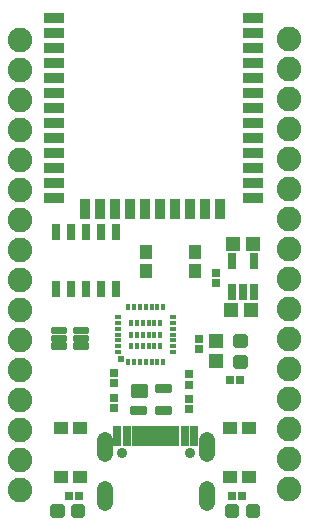
<source format=gbr>
G04 EAGLE Gerber RS-274X export*
G75*
%MOMM*%
%FSLAX34Y34*%
%LPD*%
%INSoldermask Top*%
%IPPOS*%
%AMOC8*
5,1,8,0,0,1.08239X$1,22.5*%
G01*
%ADD10C,2.082800*%
%ADD11R,0.300000X0.600000*%
%ADD12R,0.600000X0.300000*%
%ADD13R,0.500000X0.500000*%
%ADD14R,0.753200X1.403200*%
%ADD15R,1.203200X1.103200*%
%ADD16R,1.103200X1.203200*%
%ADD17C,0.505344*%
%ADD18R,0.743200X0.803200*%
%ADD19R,1.303200X1.203200*%
%ADD20R,0.803200X0.743200*%
%ADD21R,1.203200X1.303200*%
%ADD22C,0.404144*%
%ADD23R,0.903200X1.703200*%
%ADD24R,1.703200X0.903200*%
%ADD25C,0.453416*%
%ADD26C,0.349006*%
%ADD27R,0.711200X1.473200*%
%ADD28R,0.803200X1.653200*%
%ADD29R,0.503200X1.653200*%
%ADD30C,1.361200*%
%ADD31C,0.903200*%


D10*
X14290Y33539D03*
X14290Y58939D03*
X14290Y84339D03*
X14290Y109739D03*
X14290Y135139D03*
X14290Y160539D03*
X14290Y185939D03*
X14290Y211339D03*
X14290Y236739D03*
X14290Y262139D03*
X14290Y287539D03*
X14290Y312939D03*
X14290Y338339D03*
X14290Y363739D03*
X14290Y389139D03*
X14290Y414539D03*
X242570Y34330D03*
X242570Y59730D03*
X242570Y85130D03*
X242570Y110530D03*
X242570Y135930D03*
X242570Y161330D03*
X242570Y186730D03*
X242570Y212130D03*
X242570Y237530D03*
X242570Y262930D03*
X242570Y288330D03*
X242570Y313730D03*
X242570Y339130D03*
X242570Y364530D03*
X242570Y389930D03*
X242570Y415330D03*
D11*
X105940Y141800D03*
X110940Y141800D03*
X115940Y141800D03*
X120940Y141800D03*
X125940Y141800D03*
X130940Y141800D03*
X135940Y141800D03*
D12*
X143940Y149800D03*
X143940Y154800D03*
X143940Y159800D03*
X143940Y164800D03*
X143940Y169800D03*
X143940Y174800D03*
X143940Y179800D03*
D11*
X135940Y187800D03*
X130940Y187800D03*
X125940Y187800D03*
X120940Y187800D03*
X115940Y187800D03*
X110940Y187800D03*
X105940Y187800D03*
D12*
X97940Y179800D03*
X97940Y174800D03*
X97940Y169800D03*
X97940Y164800D03*
X97940Y159800D03*
X97940Y154800D03*
X97940Y149800D03*
D13*
X99915Y143775D03*
D11*
X108440Y154800D03*
X108440Y164800D03*
X108440Y174800D03*
X113440Y154800D03*
X113440Y164800D03*
X113440Y174800D03*
X118440Y154800D03*
X118440Y164800D03*
X118440Y174800D03*
X123440Y154800D03*
X123440Y164800D03*
X123440Y174800D03*
X128440Y154800D03*
X128440Y164800D03*
X128440Y174800D03*
X133440Y154800D03*
X133440Y164800D03*
X133440Y174800D03*
D14*
X193885Y200789D03*
X203385Y200789D03*
X212885Y200789D03*
X212885Y226791D03*
X193885Y226791D03*
D15*
X49635Y85530D03*
X65635Y85530D03*
X65635Y44530D03*
X49635Y44530D03*
D16*
X162395Y234955D03*
X162395Y218955D03*
X121395Y218955D03*
X121395Y234955D03*
D17*
X60290Y18715D02*
X60290Y11735D01*
X60290Y18715D02*
X67270Y18715D01*
X67270Y11735D01*
X60290Y11735D01*
X60290Y16535D02*
X67270Y16535D01*
X42750Y18715D02*
X42750Y11735D01*
X42750Y18715D02*
X49730Y18715D01*
X49730Y11735D01*
X42750Y11735D01*
X42750Y16535D02*
X49730Y16535D01*
X197710Y18935D02*
X197710Y11955D01*
X190730Y11955D01*
X190730Y18935D01*
X197710Y18935D01*
X197710Y16755D02*
X190730Y16755D01*
X215250Y18935D02*
X215250Y11955D01*
X208270Y11955D01*
X208270Y18935D01*
X215250Y18935D01*
X215250Y16755D02*
X208270Y16755D01*
D18*
X202785Y28115D03*
X194145Y28115D03*
X55675Y28145D03*
X64315Y28145D03*
D19*
X193515Y185675D03*
X210515Y185675D03*
X194540Y241730D03*
X211540Y241730D03*
D15*
X192120Y85530D03*
X208120Y85530D03*
X208120Y44530D03*
X192120Y44530D03*
D20*
X180145Y217250D03*
X180145Y208610D03*
X94020Y111420D03*
X94020Y102780D03*
X94080Y123655D03*
X94080Y132295D03*
X157515Y122385D03*
X157515Y131025D03*
D21*
X180705Y142160D03*
X180705Y159160D03*
D20*
X166100Y161405D03*
X166100Y152765D03*
D22*
X51786Y167569D02*
X42894Y167569D01*
X42894Y169561D01*
X51786Y169561D01*
X51786Y167569D01*
X51786Y161069D02*
X42894Y161069D01*
X42894Y163061D01*
X51786Y163061D01*
X51786Y161069D01*
X51786Y154569D02*
X42894Y154569D01*
X42894Y156561D01*
X51786Y156561D01*
X51786Y154569D01*
X61294Y156561D02*
X70186Y156561D01*
X70186Y154569D01*
X61294Y154569D01*
X61294Y156561D01*
X61294Y163061D02*
X70186Y163061D01*
X70186Y161069D01*
X61294Y161069D01*
X61294Y163061D01*
X61294Y169561D02*
X70186Y169561D01*
X70186Y167569D01*
X61294Y167569D01*
X61294Y169561D01*
D20*
X157840Y110150D03*
X157840Y101510D03*
D23*
X69730Y271545D03*
X82430Y271545D03*
X95130Y271545D03*
X107830Y271545D03*
X120530Y271545D03*
X133230Y271545D03*
X145930Y271545D03*
X158630Y271545D03*
X171330Y271545D03*
X184030Y271545D03*
D24*
X43060Y280435D03*
X43060Y293135D03*
X43060Y305835D03*
X43060Y318535D03*
X43060Y331235D03*
X43060Y343935D03*
X43060Y356635D03*
X43060Y369335D03*
X43060Y382035D03*
X43060Y394735D03*
X43060Y407435D03*
X43060Y420135D03*
X43060Y432835D03*
X211970Y280435D03*
X211970Y293135D03*
X211970Y305835D03*
X211970Y318535D03*
X211970Y331235D03*
X211970Y343935D03*
X211970Y356635D03*
X211970Y369335D03*
X211970Y382035D03*
X211970Y394735D03*
X211970Y407435D03*
X211970Y420135D03*
X211970Y432835D03*
D25*
X120129Y113756D02*
X110231Y113756D01*
X110231Y121154D01*
X120129Y121154D01*
X120129Y113756D01*
X120129Y118063D02*
X110231Y118063D01*
D26*
X109709Y98034D02*
X120651Y98034D01*
X109709Y98034D02*
X109709Y102476D01*
X120651Y102476D01*
X120651Y98034D01*
X120651Y101349D02*
X109709Y101349D01*
X130809Y98034D02*
X141751Y98034D01*
X130809Y98034D02*
X130809Y102476D01*
X141751Y102476D01*
X141751Y98034D01*
X141751Y101349D02*
X130809Y101349D01*
X130809Y117234D02*
X141751Y117234D01*
X130809Y117234D02*
X130809Y121676D01*
X141751Y121676D01*
X141751Y117234D01*
X141751Y120549D02*
X130809Y120549D01*
D27*
X70485Y251460D03*
X83185Y251460D03*
X95885Y251460D03*
X57785Y251460D03*
X45085Y251460D03*
X45085Y203200D03*
X57785Y203200D03*
X70485Y203200D03*
X83185Y203200D03*
X95885Y203200D03*
D17*
X197805Y155775D02*
X204785Y155775D01*
X197805Y155775D02*
X197805Y162755D01*
X204785Y162755D01*
X204785Y155775D01*
X204785Y160575D02*
X197805Y160575D01*
X197805Y138235D02*
X204785Y138235D01*
X197805Y138235D02*
X197805Y145215D01*
X204785Y145215D01*
X204785Y138235D01*
X204785Y143035D02*
X197805Y143035D01*
D18*
X201170Y126365D03*
X192530Y126365D03*
D28*
X97040Y78890D03*
X105040Y78890D03*
D29*
X127040Y78890D03*
X122040Y78890D03*
X117040Y78890D03*
X112040Y78890D03*
X132040Y78890D03*
X137040Y78890D03*
X142040Y78890D03*
X147040Y78890D03*
D28*
X154040Y78890D03*
X162040Y78890D03*
D30*
X86340Y75530D02*
X86340Y63950D01*
X172740Y63950D02*
X172740Y75530D01*
X86340Y33730D02*
X86340Y22150D01*
X172740Y22150D02*
X172740Y33730D01*
D31*
X100640Y64440D03*
X158440Y64440D03*
M02*

</source>
